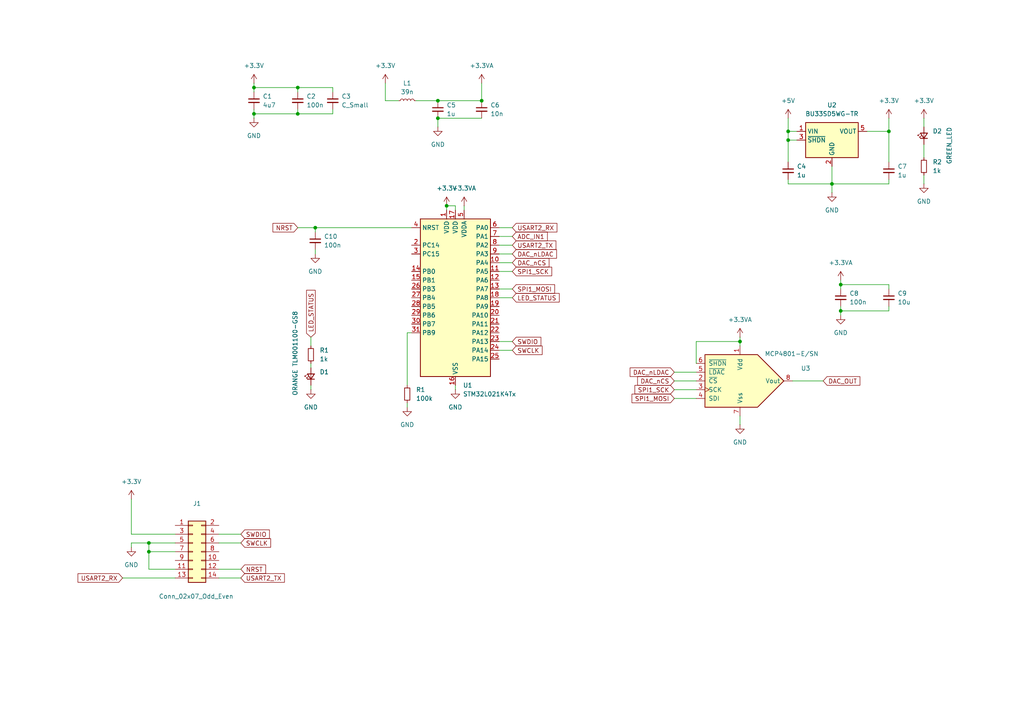
<source format=kicad_sch>
(kicad_sch (version 20231120) (generator "eeschema") (generator_version "8.0")
  (paper "A4")
  (lib_symbols
    (symbol "Analog_DAC:MCP4801" (pin_names (offset 1.016))
      (property "Reference" "U" (at 1.27 10.795 0))
      (property "Value" "MCP4801" (at 1.27 8.89 0))
      (symbol "MCP4801_0_0"
        (polyline (pts (xy 12.7 0) (xy 5.08 7.62) (xy -10.16 7.62) (xy -10.16 -7.62) (xy 5.08 -7.62) (xy 12.7 0)) (stroke (width 0.254)) (fill (type background)))
      )
      (symbol "MCP4801_1_1"
        (pin power_in line (at 0 10.16 270) (length 2.54) (name "Vdd") (number "1"))
        (pin input line (at -12.7 0 0) (length 2.54) (name "~{CS}") (number "2"))
        (pin input clock (at -12.7 -2.54 0) (length 2.54) (name "SCK") (number "3"))
        (pin input line (at -12.7 -5.08 0) (length 2.54) (name "SDI") (number "4"))
        (pin input line (at -12.7 2.54 0) (length 2.54) (name "~{LDAC}") (number "5"))
        (pin input line (at -12.7 5.08 0) (length 2.54) (name "~{SHDN}") (number "6"))
        (pin power_in line (at 0 -10.16 90) (length 2.54) (name "Vss") (number "7"))
        (pin output line (at 15.24 0 180) (length 2.54) (name "Vout") (number "8"))
      )
    )
    (symbol "Connector_Generic:Conn_02x07_Odd_Even" (pin_names (offset 1.016) hide)
      (property "Reference" "J" (at 1.27 10.16 0))
      (property "Value" "Conn_02x07_Odd_Even" (at 1.27 -10.16 0))
      (symbol "Conn_02x07_Odd_Even_1_1"
        (rectangle (start -1.27 -7.493) (end 0 -7.747) (stroke (width 0.1524)))
        (rectangle (start -1.27 -4.953) (end 0 -5.207) (stroke (width 0.1524)))
        (rectangle (start -1.27 -2.413) (end 0 -2.667) (stroke (width 0.1524)))
        (rectangle (start -1.27 0.127) (end 0 -0.127) (stroke (width 0.1524)))
        (rectangle (start -1.27 2.667) (end 0 2.413) (stroke (width 0.1524)))
        (rectangle (start -1.27 5.207) (end 0 4.953) (stroke (width 0.1524)))
        (rectangle (start -1.27 7.747) (end 0 7.493) (stroke (width 0.1524)))
        (rectangle (start -1.27 8.89) (end 3.81 -8.89) (stroke (width 0.254)) (fill (type background)))
        (rectangle (start 3.81 -7.493) (end 2.54 -7.747) (stroke (width 0.1524)))
        (rectangle (start 3.81 -4.953) (end 2.54 -5.207) (stroke (width 0.1524)))
        (rectangle (start 3.81 -2.413) (end 2.54 -2.667) (stroke (width 0.1524)))
        (rectangle (start 3.81 0.127) (end 2.54 -0.127) (stroke (width 0.1524)))
        (rectangle (start 3.81 2.667) (end 2.54 2.413) (stroke (width 0.1524)))
        (rectangle (start 3.81 5.207) (end 2.54 4.953) (stroke (width 0.1524)))
        (rectangle (start 3.81 7.747) (end 2.54 7.493) (stroke (width 0.1524)))
        (pin passive line (at -5.08 7.62 0) (length 3.81) (name "Pin_1") (number "1"))
        (pin passive line (at 7.62 -2.54 180) (length 3.81) (name "Pin_10") (number "10"))
        (pin passive line (at -5.08 -5.08 0) (length 3.81) (name "Pin_11") (number "11"))
        (pin passive line (at 7.62 -5.08 180) (length 3.81) (name "Pin_12") (number "12"))
        (pin passive line (at -5.08 -7.62 0) (length 3.81) (name "Pin_13") (number "13"))
        (pin passive line (at 7.62 -7.62 180) (length 3.81) (name "Pin_14") (number "14"))
        (pin passive line (at 7.62 7.62 180) (length 3.81) (name "Pin_2") (number "2"))
        (pin passive line (at -5.08 5.08 0) (length 3.81) (name "Pin_3") (number "3"))
        (pin passive line (at 7.62 5.08 180) (length 3.81) (name "Pin_4") (number "4"))
        (pin passive line (at -5.08 2.54 0) (length 3.81) (name "Pin_5") (number "5"))
        (pin passive line (at 7.62 2.54 180) (length 3.81) (name "Pin_6") (number "6"))
        (pin passive line (at -5.08 0 0) (length 3.81) (name "Pin_7") (number "7"))
        (pin passive line (at 7.62 0 180) (length 3.81) (name "Pin_8") (number "8"))
        (pin passive line (at -5.08 -2.54 0) (length 3.81) (name "Pin_9") (number "9"))
      )
    )
    (symbol "Device:C_Small" (pin_numbers hide) (pin_names (offset 0.254) hide)
      (property "Reference" "C" (at 0.254 1.778 0))
      (property "Value" "C_Small" (at 0.254 -2.032 0))
      (symbol "C_Small_0_1"
        (polyline (pts (xy -1.524 -0.508) (xy 1.524 -0.508)) (stroke (width 0.3302)))
        (polyline (pts (xy -1.524 0.508) (xy 1.524 0.508)) (stroke (width 0.3048)))
      )
      (symbol "C_Small_1_1"
        (pin passive line (at 0 2.54 270) (length 2.032) (name "~") (number "1"))
        (pin passive line (at 0 -2.54 90) (length 2.032) (name "~") (number "2"))
      )
    )
    (symbol "Device:LED_Small" (pin_numbers hide) (pin_names (offset 0.254) hide)
      (property "Reference" "D" (at -1.27 3.175 0))
      (property "Value" "LED_Small" (at -4.445 -2.54 0))
      (symbol "LED_Small_0_1"
        (polyline (pts (xy -0.762 -1.016) (xy -0.762 1.016)) (stroke (width 0.254)))
        (polyline (pts (xy 1.016 0) (xy -0.762 0)))
        (polyline (pts (xy 0.762 -1.016) (xy -0.762 0) (xy 0.762 1.016) (xy 0.762 -1.016)) (stroke (width 0.254)))
        (polyline (pts (xy 0 0.762) (xy -0.508 1.27) (xy -0.254 1.27) (xy -0.508 1.27) (xy -0.508 1.016)))
        (polyline (pts (xy 0.508 1.27) (xy 0 1.778) (xy 0.254 1.778) (xy 0 1.778) (xy 0 1.524)))
      )
      (symbol "LED_Small_1_1"
        (pin passive line (at -2.54 0 0) (length 1.778) (name "K") (number "1"))
        (pin passive line (at 2.54 0 180) (length 1.778) (name "A") (number "2"))
      )
    )
    (symbol "Device:L_Small" (pin_numbers hide) (pin_names (offset 0.254) hide)
      (property "Reference" "L" (at 0.762 1.016 0))
      (property "Value" "L_Small" (at 0.762 -1.016 0))
      (symbol "L_Small_0_1"
        (arc (start 0 -2.032) (mid 0.5058 -1.524) (end 0 -1.016))
        (arc (start 0 -1.016) (mid 0.5058 -0.508) (end 0 0))
        (arc (start 0 0) (mid 0.5058 0.508) (end 0 1.016))
        (arc (start 0 1.016) (mid 0.5058 1.524) (end 0 2.032))
      )
      (symbol "L_Small_1_1"
        (pin passive line (at 0 2.54 270) (length 0.508) (name "~") (number "1"))
        (pin passive line (at 0 -2.54 90) (length 0.508) (name "~") (number "2"))
      )
    )
    (symbol "Device:R_Small" (pin_numbers hide) (pin_names (offset 0.254) hide)
      (property "Reference" "R" (at 0.762 0.508 0))
      (property "Value" "R_Small" (at 0.762 -1.016 0))
      (symbol "R_Small_0_1"
        (rectangle (start -0.762 1.778) (end 0.762 -1.778) (stroke (width 0.2032)))
      )
      (symbol "R_Small_1_1"
        (pin passive line (at 0 2.54 270) (length 0.762) (name "~") (number "1"))
        (pin passive line (at 0 -2.54 90) (length 0.762) (name "~") (number "2"))
      )
    )
    (symbol "MCU_ST_STM32L0:STM32L021K4Tx"
      (property "Reference" "U" (at -10.16 24.13 0))
      (property "Value" "STM32L021K4Tx" (at 5.08 24.13 0))
      (symbol "STM32L021K4Tx_0_1"
        (rectangle (start -10.16 -22.86) (end 10.16 22.86) (stroke (width 0.254)) (fill (type background)))
      )
      (symbol "STM32L021K4Tx_1_1"
        (pin power_in line (at -2.54 25.4 270) (length 2.54) (name "VDD") (number "1"))
        (pin bidirectional line (at 12.7 10.16 180) (length 2.54) (name "PA4") (number "10"))
        (pin bidirectional line (at 12.7 7.62 180) (length 2.54) (name "PA5") (number "11"))
        (pin bidirectional line (at 12.7 5.08 180) (length 2.54) (name "PA6") (number "12"))
        (pin bidirectional line (at 12.7 2.54 180) (length 2.54) (name "PA7") (number "13"))
        (pin bidirectional line (at -12.7 7.62 0) (length 2.54) (name "PB0") (number "14"))
        (pin bidirectional line (at -12.7 5.08 0) (length 2.54) (name "PB1") (number "15"))
        (pin power_in line (at 0 -25.4 90) (length 2.54) (name "VSS") (number "16"))
        (pin power_in line (at 0 25.4 270) (length 2.54) (name "VDD") (number "17"))
        (pin bidirectional line (at 12.7 0 180) (length 2.54) (name "PA8") (number "18"))
        (pin bidirectional line (at 12.7 -2.54 180) (length 2.54) (name "PA9") (number "19"))
        (pin bidirectional line (at -12.7 15.24 0) (length 2.54) (name "PC14") (number "2"))
        (pin bidirectional line (at 12.7 -5.08 180) (length 2.54) (name "PA10") (number "20"))
        (pin bidirectional line (at 12.7 -7.62 180) (length 2.54) (name "PA11") (number "21"))
        (pin bidirectional line (at 12.7 -10.16 180) (length 2.54) (name "PA12") (number "22"))
        (pin bidirectional line (at 12.7 -12.7 180) (length 2.54) (name "PA13") (number "23"))
        (pin bidirectional line (at 12.7 -15.24 180) (length 2.54) (name "PA14") (number "24"))
        (pin bidirectional line (at 12.7 -17.78 180) (length 2.54) (name "PA15") (number "25"))
        (pin bidirectional line (at -12.7 2.54 0) (length 2.54) (name "PB3") (number "26"))
        (pin bidirectional line (at -12.7 0 0) (length 2.54) (name "PB4") (number "27"))
        (pin bidirectional line (at -12.7 -2.54 0) (length 2.54) (name "PB5") (number "28"))
        (pin bidirectional line (at -12.7 -5.08 0) (length 2.54) (name "PB6") (number "29"))
        (pin bidirectional line (at -12.7 12.7 0) (length 2.54) (name "PC15") (number "3"))
        (pin bidirectional line (at -12.7 -7.62 0) (length 2.54) (name "PB7") (number "30"))
        (pin bidirectional line (at -12.7 -10.16 0) (length 2.54) (name "PB9") (number "31"))
        (pin passive line (at 0 -25.4 90) (length 2.54) hide (name "VSS") (number "32"))
        (pin input line (at -12.7 20.32 0) (length 2.54) (name "NRST") (number "4"))
        (pin power_in line (at 2.54 25.4 270) (length 2.54) (name "VDDA") (number "5"))
        (pin bidirectional line (at 12.7 20.32 180) (length 2.54) (name "PA0") (number "6"))
        (pin bidirectional line (at 12.7 17.78 180) (length 2.54) (name "PA1") (number "7"))
        (pin bidirectional line (at 12.7 15.24 180) (length 2.54) (name "PA2") (number "8"))
        (pin bidirectional line (at 12.7 12.7 180) (length 2.54) (name "PA3") (number "9"))
      )
    )
    (symbol "Regulator_Linear:MCP1802x-xx02xOT"
      (property "Reference" "U" (at -6.35 6.35 0))
      (property "Value" "MCP1802x-xx02xOT" (at 0 6.35 0))
      (symbol "MCP1802x-xx02xOT_0_1"
        (rectangle (start -7.62 5.08) (end 7.62 -5.08) (stroke (width 0.254)) (fill (type background)))
      )
      (symbol "MCP1802x-xx02xOT_1_1"
        (pin power_in line (at -10.16 2.54 0) (length 2.54) (name "VIN") (number "1"))
        (pin power_in line (at 0 -7.62 90) (length 2.54) (name "GND") (number "2"))
        (pin input line (at -10.16 0 0) (length 2.54) (name "~{SHDN}") (number "3"))
        (pin no_connect line (at 7.62 0 180) (length 2.54) hide (name "NC") (number "4"))
        (pin power_out line (at 10.16 2.54 180) (length 2.54) (name "VOUT") (number "5"))
      )
    )
    (symbol "power:+3.3V" (power) (pin_numbers hide) (pin_names (offset 0) hide)
      (property "Value" "+3.3V" (at 0 3.556 0))
      (symbol "+3.3V_0_1"
        (polyline (pts (xy -0.762 1.27) (xy 0 2.54)))
        (polyline (pts (xy 0 0) (xy 0 2.54)))
        (polyline (pts (xy 0 2.54) (xy 0.762 1.27)))
      )
      (symbol "+3.3V_1_1"
        (pin power_in line (at 0 0 90) (length 0) (name "~") (number "1"))
      )
    )
    (symbol "power:+3.3VA" (power) (pin_numbers hide) (pin_names (offset 0) hide)
      (property "Value" "+3.3VA" (at 0 3.556 0))
      (symbol "+3.3VA_0_1"
        (polyline (pts (xy -0.762 1.27) (xy 0 2.54)))
        (polyline (pts (xy 0 0) (xy 0 2.54)))
        (polyline (pts (xy 0 2.54) (xy 0.762 1.27)))
      )
      (symbol "+3.3VA_1_1"
        (pin power_in line (at 0 0 90) (length 0) (name "~") (number "1"))
      )
    )
    (symbol "power:+5V" (power) (pin_numbers hide) (pin_names (offset 0) hide)
      (property "Value" "+5V" (at 0 3.556 0))
      (symbol "+5V_0_1"
        (polyline (pts (xy -0.762 1.27) (xy 0 2.54)))
        (polyline (pts (xy 0 0) (xy 0 2.54)))
        (polyline (pts (xy 0 2.54) (xy 0.762 1.27)))
      )
      (symbol "+5V_1_1"
        (pin power_in line (at 0 0 90) (length 0) (name "~") (number "1"))
      )
    )
    (symbol "power:GND" (power) (pin_numbers hide) (pin_names (offset 0) hide)
      (property "Value" "GND" (at 0 -3.81 0))
      (symbol "GND_0_1"
        (polyline (pts (xy 0 0) (xy 0 -1.27) (xy 1.27 -1.27) (xy 0 -2.54) (xy -1.27 -1.27) (xy 0 -1.27)))
      )
      (symbol "GND_1_1"
        (pin power_in line (at 0 0 270) (length 0) (name "~") (number "1"))
      )
    )
  )
  (junction (at 127 34.29))
  (junction (at 73.66 25.4))
  (junction (at 86.36 33.02))
  (junction (at 43.18 157.48))
  (junction (at 241.3 53.34))
  (junction (at 73.66 33.02))
  (junction (at 127 29.21))
  (junction (at 228.6 40.64))
  (junction (at 139.7 29.21))
  (junction (at 257.81 38.1))
  (junction (at 214.63 99.06))
  (junction (at 129.54 59.69))
  (junction (at 243.84 90.17))
  (junction (at 86.36 25.4))
  (junction (at 91.44 66.04))
  (junction (at 228.6 38.1))
  (junction (at 243.84 82.55))
  (junction (at 43.18 160.02))
  (wire (pts (xy 267.97 50.8) (xy 267.97 53.34)))
  (wire (pts (xy 241.3 53.34) (xy 257.81 53.34)))
  (wire (pts (xy 228.6 40.64) (xy 228.6 38.1)))
  (wire (pts (xy 96.52 25.4) (xy 86.36 25.4)))
  (wire (pts (xy 43.18 160.02) (xy 43.18 157.48)))
  (wire (pts (xy 86.36 33.02) (xy 73.66 33.02)))
  (wire (pts (xy 91.44 66.04) (xy 119.38 66.04)))
  (wire (pts (xy 144.78 66.04) (xy 148.59 66.04)))
  (wire (pts (xy 243.84 88.9) (xy 243.84 90.17)))
  (wire (pts (xy 127 34.29) (xy 127 36.83)))
  (wire (pts (xy 241.3 53.34) (xy 241.3 55.88)))
  (wire (pts (xy 86.36 25.4) (xy 73.66 25.4)))
  (wire (pts (xy 243.84 82.55) (xy 243.84 83.82)))
  (wire (pts (xy 257.81 38.1) (xy 257.81 46.99)))
  (wire (pts (xy 144.78 76.2) (xy 148.59 76.2)))
  (wire (pts (xy 195.58 110.49) (xy 201.93 110.49)))
  (wire (pts (xy 132.08 60.96) (xy 132.08 59.69)))
  (wire (pts (xy 267.97 34.29) (xy 267.97 36.83)))
  (wire (pts (xy 228.6 40.64) (xy 228.6 46.99)))
  (wire (pts (xy 144.78 86.36) (xy 148.59 86.36)))
  (wire (pts (xy 129.54 59.69) (xy 129.54 60.96)))
  (wire (pts (xy 38.1 157.48) (xy 43.18 157.48)))
  (wire (pts (xy 118.11 116.84) (xy 118.11 118.11)))
  (wire (pts (xy 195.58 107.95) (xy 201.93 107.95)))
  (wire (pts (xy 134.62 59.69) (xy 134.62 60.96)))
  (wire (pts (xy 38.1 144.78) (xy 38.1 154.94)))
  (wire (pts (xy 127 34.29) (xy 139.7 34.29)))
  (wire (pts (xy 96.52 26.67) (xy 96.52 25.4)))
  (wire (pts (xy 267.97 41.91) (xy 267.97 45.72)))
  (wire (pts (xy 144.78 78.74) (xy 148.59 78.74)))
  (wire (pts (xy 90.17 105.41) (xy 90.17 106.68)))
  (wire (pts (xy 144.78 73.66) (xy 148.59 73.66)))
  (wire (pts (xy 86.36 31.75) (xy 86.36 33.02)))
  (wire (pts (xy 228.6 52.07) (xy 228.6 53.34)))
  (wire (pts (xy 111.76 24.13) (xy 111.76 29.21)))
  (wire (pts (xy 73.66 31.75) (xy 73.66 33.02)))
  (wire (pts (xy 43.18 157.48) (xy 50.8 157.48)))
  (wire (pts (xy 91.44 66.04) (xy 91.44 67.31)))
  (wire (pts (xy 118.11 96.52) (xy 118.11 111.76)))
  (wire (pts (xy 132.08 59.69) (xy 129.54 59.69)))
  (wire (pts (xy 96.52 31.75) (xy 96.52 33.02)))
  (wire (pts (xy 96.52 33.02) (xy 86.36 33.02)))
  (wire (pts (xy 257.81 90.17) (xy 243.84 90.17)))
  (wire (pts (xy 195.58 115.57) (xy 201.93 115.57)))
  (wire (pts (xy 144.78 83.82) (xy 148.59 83.82)))
  (wire (pts (xy 257.81 34.29) (xy 257.81 38.1)))
  (wire (pts (xy 86.36 66.04) (xy 91.44 66.04)))
  (wire (pts (xy 243.84 81.28) (xy 243.84 82.55)))
  (wire (pts (xy 73.66 25.4) (xy 73.66 26.67)))
  (wire (pts (xy 38.1 154.94) (xy 50.8 154.94)))
  (wire (pts (xy 50.8 160.02) (xy 43.18 160.02)))
  (wire (pts (xy 63.5 157.48) (xy 69.85 157.48)))
  (wire (pts (xy 43.18 165.1) (xy 43.18 160.02)))
  (wire (pts (xy 63.5 154.94) (xy 69.85 154.94)))
  (wire (pts (xy 257.81 83.82) (xy 257.81 82.55)))
  (wire (pts (xy 119.38 96.52) (xy 118.11 96.52)))
  (wire (pts (xy 144.78 99.06) (xy 148.59 99.06)))
  (wire (pts (xy 111.76 29.21) (xy 115.57 29.21)))
  (wire (pts (xy 214.63 97.79) (xy 214.63 99.06)))
  (wire (pts (xy 73.66 24.13) (xy 73.66 25.4)))
  (wire (pts (xy 201.93 105.41) (xy 201.93 99.06)))
  (wire (pts (xy 241.3 48.26) (xy 241.3 53.34)))
  (wire (pts (xy 229.87 110.49) (xy 238.76 110.49)))
  (wire (pts (xy 73.66 33.02) (xy 73.66 34.29)))
  (wire (pts (xy 132.08 111.76) (xy 132.08 113.03)))
  (wire (pts (xy 144.78 68.58) (xy 148.59 68.58)))
  (wire (pts (xy 63.5 167.64) (xy 69.85 167.64)))
  (wire (pts (xy 251.46 38.1) (xy 257.81 38.1)))
  (wire (pts (xy 214.63 99.06) (xy 214.63 100.33)))
  (wire (pts (xy 63.5 165.1) (xy 69.85 165.1)))
  (wire (pts (xy 127 29.21) (xy 139.7 29.21)))
  (wire (pts (xy 257.81 82.55) (xy 243.84 82.55)))
  (wire (pts (xy 144.78 71.12) (xy 148.59 71.12)))
  (wire (pts (xy 228.6 53.34) (xy 241.3 53.34)))
  (wire (pts (xy 231.14 40.64) (xy 228.6 40.64)))
  (wire (pts (xy 195.58 113.03) (xy 201.93 113.03)))
  (wire (pts (xy 139.7 24.13) (xy 139.7 29.21)))
  (wire (pts (xy 35.56 167.64) (xy 50.8 167.64)))
  (wire (pts (xy 228.6 38.1) (xy 231.14 38.1)))
  (wire (pts (xy 90.17 111.76) (xy 90.17 113.03)))
  (wire (pts (xy 120.65 29.21) (xy 127 29.21)))
  (wire (pts (xy 38.1 158.75) (xy 38.1 157.48)))
  (wire (pts (xy 50.8 165.1) (xy 43.18 165.1)))
  (wire (pts (xy 144.78 101.6) (xy 148.59 101.6)))
  (wire (pts (xy 91.44 72.39) (xy 91.44 73.66)))
  (wire (pts (xy 228.6 34.29) (xy 228.6 38.1)))
  (wire (pts (xy 243.84 90.17) (xy 243.84 91.44)))
  (wire (pts (xy 214.63 120.65) (xy 214.63 123.19)))
  (wire (pts (xy 90.17 97.79) (xy 90.17 100.33)))
  (wire (pts (xy 257.81 53.34) (xy 257.81 52.07)))
  (wire (pts (xy 86.36 26.67) (xy 86.36 25.4)))
  (wire (pts (xy 201.93 99.06) (xy 214.63 99.06)))
  (wire (pts (xy 257.81 88.9) (xy 257.81 90.17)))
  (global_label "DAC_nLDAC" (shape input) (at 195.58 107.95 180) (property "Intersheetrefs" "${INTERSHEET_REFS}" (effects (hide yes))))
  (global_label "NRST" (shape input) (at 86.36 66.04 180) (property "Intersheetrefs" "${INTERSHEET_REFS}" (effects (hide yes))))
  (global_label "SWDIO" (shape input) (at 148.59 99.06 0) (property "Intersheetrefs" "${INTERSHEET_REFS}" (effects (hide yes))))
  (global_label "SWDIO" (shape input) (at 69.85 154.94 0) (property "Intersheetrefs" "${INTERSHEET_REFS}" (effects (hide yes))))
  (global_label "DAC_OUT" (shape input) (at 238.76 110.49 0) (property "Intersheetrefs" "${INTERSHEET_REFS}" (effects (hide yes))))
  (global_label "SPI1_SCK" (shape input) (at 195.58 113.03 180) (property "Intersheetrefs" "${INTERSHEET_REFS}" (effects (hide yes))))
  (global_label "SPI1_SCK" (shape input) (at 148.59 78.74 0) (property "Intersheetrefs" "${INTERSHEET_REFS}" (effects (hide yes))))
  (global_label "DAC_nLDAC" (shape input) (at 148.59 73.66 0) (property "Intersheetrefs" "${INTERSHEET_REFS}" (effects (hide yes))))
  (global_label "LED_STATUS" (shape input) (at 148.59 86.36 0) (property "Intersheetrefs" "${INTERSHEET_REFS}" (effects (hide yes))))
  (global_label "DAC_nCS" (shape input) (at 195.58 110.49 180) (property "Intersheetrefs" "${INTERSHEET_REFS}" (effects (hide yes))))
  (global_label "USART2_RX" (shape input) (at 148.59 66.04 0) (property "Intersheetrefs" "${INTERSHEET_REFS}" (effects (hide yes))))
  (global_label "DAC_nCS" (shape input) (at 148.59 76.2 0) (property "Intersheetrefs" "${INTERSHEET_REFS}" (effects (hide yes))))
  (global_label "SWCLK" (shape input) (at 148.59 101.6 0) (property "Intersheetrefs" "${INTERSHEET_REFS}" (effects (hide yes))))
  (global_label "ADC_IN1" (shape input) (at 148.59 68.58 0) (property "Intersheetrefs" "${INTERSHEET_REFS}" (effects (hide yes))))
  (global_label "USART2_RX" (shape input) (at 35.56 167.64 180) (property "Intersheetrefs" "${INTERSHEET_REFS}" (effects (hide yes))))
  (global_label "LED_STATUS" (shape input) (at 90.17 97.79 90) (property "Intersheetrefs" "${INTERSHEET_REFS}" (effects (hide yes))))
  (global_label "USART2_TX" (shape input) (at 148.59 71.12 0) (property "Intersheetrefs" "${INTERSHEET_REFS}" (effects (hide yes))))
  (global_label "SPI1_MOSI" (shape input) (at 195.58 115.57 180) (property "Intersheetrefs" "${INTERSHEET_REFS}" (effects (hide yes))))
  (global_label "NRST" (shape input) (at 69.85 165.1 0) (property "Intersheetrefs" "${INTERSHEET_REFS}" (effects (hide yes))))
  (global_label "SPI1_MOSI" (shape input) (at 148.59 83.82 0) (property "Intersheetrefs" "${INTERSHEET_REFS}" (effects (hide yes))))
  (global_label "USART2_TX" (shape input) (at 69.85 167.64 0) (property "Intersheetrefs" "${INTERSHEET_REFS}" (effects (hide yes))))
  (global_label "SWCLK" (shape input) (at 69.85 157.48 0) (property "Intersheetrefs" "${INTERSHEET_REFS}" (effects (hide yes))))
  (symbol (lib_id "Device:C_Small") (at 86.36 29.21 0) (unit 1)
    (property "Reference" "C2" (at 88.9 27.9462 0) (effects (justify left)))
    (property "Value" "100n" (at 88.9 30.4862 0) (effects (justify left)))
    (property "Description" "Unpolarized capacitor, small symbol" (effects (hide yes)))
  )
  (symbol (lib_id "Connector_Generic:Conn_02x07_Odd_Even") (at 55.88 160.02 0) (unit 1)
    (property "Reference" "J1" (at 57.15 146.05 0))
    (property "Value" "Conn_02x07_Odd_Even" (at 56.896 172.974 0))
    (property "Description" "Generic connector, double row, 02x07, odd/even pin numbering scheme (row 1 odd numbers, row 2 even numbers), script generated (kicad-library-utils/schlib/autogen/connector/)" (effects (hide yes)))
  )
  (symbol (lib_id "power:GND") (at 90.17 113.03 0) (unit 1)
    (property "Reference" "#PWR011" (effects (hide yes)))
    (property "Value" "GND" (at 90.17 118.11 0))
    (property "Description" "Power symbol creates a global label with name \"GND\" , ground" (effects (hide yes)))
  )
  (symbol (lib_id "power:GND") (at 241.3 55.88 0) (unit 1)
    (property "Reference" "#PWR013" (effects (hide yes)))
    (property "Value" "GND" (at 241.3 60.96 0))
    (property "Description" "Power symbol creates a global label with name \"GND\" , ground" (effects (hide yes)))
  )
  (symbol (lib_id "Analog_DAC:MCP4801") (at 214.63 110.49 0) (unit 1)
    (property "Reference" "U3" (at 233.68 106.842 0))
    (property "Value" "MCP4801-E/SN" (at 229.616 102.616 0))
    (property "Datasheet" "http://ww1.microchip.com/downloads/en/DeviceDoc/22244B.pdf" (effects (hide yes)))
    (property "Description" "8-Bit D/A Converters with SPI Interface, internal Reference (2.048V)" (effects (hide yes)))
  )
  (symbol (lib_id "power:+3.3V") (at 111.76 24.13 0) (unit 1)
    (property "Reference" "#PWR06" (effects (hide yes)))
    (property "Value" "+3.3V" (at 111.76 19.05 0))
    (property "Description" "Power symbol creates a global label with name \"+3.3V\"" (effects (hide yes)))
  )
  (symbol (lib_id "power:+3.3V") (at 38.1 144.78 0) (unit 1)
    (property "Reference" "#PWR021" (effects (hide yes)))
    (property "Value" "+3.3V" (at 38.1 139.7 0))
    (property "Description" "Power symbol creates a global label with name \"+3.3V\"" (effects (hide yes)))
  )
  (symbol (lib_id "Device:C_Small") (at 228.6 49.53 0) (unit 1)
    (property "Reference" "C4" (at 231.14 48.2662 0) (effects (justify left)))
    (property "Value" "1u" (at 231.14 50.8062 0) (effects (justify left)))
    (property "Description" "Unpolarized capacitor, small symbol" (effects (hide yes)))
  )
  (symbol (lib_id "power:+3.3VA") (at 134.62 59.69 0) (unit 1)
    (property "Reference" "#PWR03" (effects (hide yes)))
    (property "Value" "+3.3VA" (at 134.62 54.61 0))
    (property "Description" "Power symbol creates a global label with name \"+3.3VA\"" (effects (hide yes)))
  )
  (symbol (lib_id "Device:C_Small") (at 257.81 49.53 0) (unit 1)
    (property "Reference" "C7" (at 260.35 48.2662 0) (effects (justify left)))
    (property "Value" "1u" (at 260.35 50.8062 0) (effects (justify left)))
    (property "Description" "Unpolarized capacitor, small symbol" (effects (hide yes)))
  )
  (symbol (lib_id "power:+3.3VA") (at 214.63 97.79 0) (unit 1)
    (property "Reference" "#PWR017" (effects (hide yes)))
    (property "Value" "+3.3VA" (at 214.63 92.71 0))
    (property "Description" "Power symbol creates a global label with name \"+3.3VA\"" (effects (hide yes)))
  )
  (symbol (lib_id "power:+3.3VA") (at 243.84 81.28 0) (unit 1)
    (property "Reference" "#PWR019" (effects (hide yes)))
    (property "Value" "+3.3VA" (at 243.84 76.2 0))
    (property "Description" "Power symbol creates a global label with name \"+3.3VA\"" (effects (hide yes)))
  )
  (symbol (lib_id "Device:LED_Small") (at 267.97 39.37 90) (unit 1)
    (property "Reference" "D2" (at 270.51 38.0364 90) (effects (justify right)))
    (property "Value" "GREEN_LED" (at 275.336 36.83 0) (effects (justify right)))
    (property "Description" "Light emitting diode, small symbol" (effects (hide yes)))
  )
  (symbol (lib_id "Device:R_Small") (at 90.17 102.87 0) (unit 1)
    (property "Reference" "R1" (at 92.71 101.5999 0) (effects (justify left)))
    (property "Value" "1k" (at 92.71 104.1399 0) (effects (justify left)))
    (property "Description" "Resistor, small symbol" (effects (hide yes)))
  )
  (symbol (lib_id "Device:C_Small") (at 127 31.75 0) (unit 1)
    (property "Reference" "C5" (at 129.54 30.4862 0) (effects (justify left)))
    (property "Value" "1u" (at 129.54 33.0262 0) (effects (justify left)))
    (property "Description" "Unpolarized capacitor, small symbol" (effects (hide yes)))
  )
  (symbol (lib_id "power:+3.3V") (at 129.54 59.69 0) (unit 1)
    (property "Reference" "#PWR02" (effects (hide yes)))
    (property "Value" "+3.3V" (at 129.54 54.61 0))
    (property "Description" "Power symbol creates a global label with name \"+3.3V\"" (effects (hide yes)))
  )
  (symbol (lib_id "power:+3.3V") (at 73.66 24.13 0) (unit 1)
    (property "Reference" "#PWR04" (effects (hide yes)))
    (property "Value" "+3.3V" (at 73.66 19.05 0))
    (property "Description" "Power symbol creates a global label with name \"+3.3V\"" (effects (hide yes)))
  )
  (symbol (lib_id "power:GND") (at 118.11 118.11 0) (unit 1)
    (property "Reference" "#PWR010" (effects (hide yes)))
    (property "Value" "GND" (at 118.11 123.19 0))
    (property "Description" "Power symbol creates a global label with name \"GND\" , ground" (effects (hide yes)))
  )
  (symbol (lib_id "power:GND") (at 127 36.83 0) (unit 1)
    (property "Reference" "#PWR08" (effects (hide yes)))
    (property "Value" "GND" (at 127 41.91 0))
    (property "Description" "Power symbol creates a global label with name \"GND\" , ground" (effects (hide yes)))
  )
  (symbol (lib_id "power:GND") (at 73.66 34.29 0) (unit 1)
    (property "Reference" "#PWR05" (effects (hide yes)))
    (property "Value" "GND" (at 73.66 39.37 0))
    (property "Description" "Power symbol creates a global label with name \"GND\" , ground" (effects (hide yes)))
  )
  (symbol (lib_id "Device:C_Small") (at 73.66 29.21 0) (unit 1)
    (property "Reference" "C1" (at 76.2 27.9462 0) (effects (justify left)))
    (property "Value" "4u7" (at 76.2 30.4862 0) (effects (justify left)))
    (property "Description" "Unpolarized capacitor, small symbol" (effects (hide yes)))
  )
  (symbol (lib_id "MCU_ST_STM32L0:STM32L021K4Tx") (at 132.08 86.36 0) (unit 1)
    (property "Reference" "U1" (at 134.2741 111.76 0) (effects (justify left)))
    (property "Value" "STM32L021K4Tx" (at 134.2741 114.3 0) (effects (justify left)))
    (property "Footprint" "Package_QFP:LQFP-32_7x7mm_P0.8mm" (effects (hide yes)))
    (property "Datasheet" "https://www.st.com/resource/en/datasheet/stm32l021k4.pdf" (effects (hide yes)))
    (property "Description" "STMicroelectronics Arm Cortex-M0+ MCU, 16KB flash, 2KB RAM, 32 MHz, 1.65-3.6V, 26 GPIO, LQFP32" (effects (hide yes)))
  )
  (symbol (lib_id "Regulator_Linear:MCP1802x-xx02xOT") (at 241.3 40.64 0) (unit 1)
    (property "Reference" "U2" (at 241.3 30.48 0))
    (property "Value" "BU33SD5WG-TR" (at 241.3 33.02 0))
    (property "Footprint" "Package_TO_SOT_SMD:SOT-23-5" (effects (hide yes)))
    (property "Datasheet" "http://ww1.microchip.com/downloads/en/DeviceDoc/22053C.pdf" (effects (hide yes)))
    (property "Description" "150mA, Tiny CMOS LDO With Shutdown, Fixed Voltage, SOT-23-5" (effects (hide yes)))
  )
  (symbol (lib_id "Device:C_Small") (at 243.84 86.36 0) (unit 1)
    (property "Reference" "C8" (at 246.38 85.0962 0) (effects (justify left)))
    (property "Value" "100n" (at 246.38 87.6362 0) (effects (justify left)))
    (property "Description" "Unpolarized capacitor, small symbol" (effects (hide yes)))
  )
  (symbol (lib_id "Device:R_Small") (at 267.97 48.26 0) (unit 1)
    (property "Reference" "R2" (at 270.51 46.9899 0) (effects (justify left)))
    (property "Value" "1k" (at 270.51 49.5299 0) (effects (justify left)))
    (property "Description" "Resistor, small symbol" (effects (hide yes)))
  )
  (symbol (lib_id "power:GND") (at 214.63 123.19 0) (unit 1)
    (property "Reference" "#PWR018" (effects (hide yes)))
    (property "Value" "GND" (at 214.63 128.27 0))
    (property "Description" "Power symbol creates a global label with name \"GND\" , ground" (effects (hide yes)))
  )
  (symbol (lib_id "power:GND") (at 132.08 113.03 0) (unit 1)
    (property "Reference" "#PWR01" (effects (hide yes)))
    (property "Value" "GND" (at 132.08 118.11 0))
    (property "Description" "Power symbol creates a global label with name \"GND\" , ground" (effects (hide yes)))
  )
  (symbol (lib_id "Device:L_Small") (at 118.11 29.21 90) (unit 1)
    (property "Reference" "L1" (at 118.11 24.13 90))
    (property "Value" "39n" (at 118.11 26.67 90))
    (property "Description" "Inductor, small symbol" (effects (hide yes)))
  )
  (symbol (lib_id "Device:C_Small") (at 257.81 86.36 0) (unit 1)
    (property "Reference" "C9" (at 260.35 85.0962 0) (effects (justify left)))
    (property "Value" "10u" (at 260.35 87.6362 0) (effects (justify left)))
    (property "Description" "Unpolarized capacitor, small symbol" (effects (hide yes)))
  )
  (symbol (lib_id "Device:C_Small") (at 139.7 31.75 0) (unit 1)
    (property "Reference" "C6" (at 142.24 30.4862 0) (effects (justify left)))
    (property "Value" "10n" (at 142.24 33.0262 0) (effects (justify left)))
    (property "Description" "Unpolarized capacitor, small symbol" (effects (hide yes)))
  )
  (symbol (lib_id "power:GND") (at 267.97 53.34 0) (unit 1)
    (property "Reference" "#PWR016" (effects (hide yes)))
    (property "Value" "GND" (at 267.97 58.42 0))
    (property "Description" "Power symbol creates a global label with name \"GND\" , ground" (effects (hide yes)))
  )
  (symbol (lib_id "power:+3.3VA") (at 139.7 24.13 0) (unit 1)
    (property "Reference" "#PWR07" (effects (hide yes)))
    (property "Value" "+3.3VA" (at 139.7 19.05 0))
    (property "Description" "Power symbol creates a global label with name \"+3.3VA\"" (effects (hide yes)))
  )
  (symbol (lib_id "power:GND") (at 243.84 91.44 0) (unit 1)
    (property "Reference" "#PWR020" (effects (hide yes)))
    (property "Value" "GND" (at 243.84 96.52 0))
    (property "Description" "Power symbol creates a global label with name \"GND\" , ground" (effects (hide yes)))
  )
  (symbol (lib_id "power:+5V") (at 228.6 34.29 0) (unit 1)
    (property "Reference" "#PWR012" (effects (hide yes)))
    (property "Value" "+5V" (at 228.6 29.21 0))
    (property "Description" "Power symbol creates a global label with name \"+5V\"" (effects (hide yes)))
  )
  (symbol (lib_id "power:GND") (at 91.44 73.66 0) (unit 1)
    (property "Reference" "#PWR09" (effects (hide yes)))
    (property "Value" "GND" (at 91.44 78.74 0))
    (property "Description" "Power symbol creates a global label with name \"GND\" , ground" (effects (hide yes)))
  )
  (symbol (lib_id "Device:LED_Small") (at 90.17 109.22 90) (unit 1)
    (property "Reference" "D1" (at 92.71 107.8864 90) (effects (justify right)))
    (property "Value" "ORANGE TLM001100-GS8" (at 85.598 90.17 0) (effects (justify right)))
    (property "Description" "Light emitting diode, small symbol" (effects (hide yes)))
  )
  (symbol (lib_id "power:+3.3V") (at 257.81 34.29 0) (unit 1)
    (property "Reference" "#PWR014" (effects (hide yes)))
    (property "Value" "+3.3V" (at 257.81 29.21 0))
    (property "Description" "Power symbol creates a global label with name \"+3.3V\"" (effects (hide yes)))
  )
  (symbol (lib_id "power:+3.3V") (at 267.97 34.29 0) (unit 1)
    (property "Reference" "#PWR015" (effects (hide yes)))
    (property "Value" "+3.3V" (at 267.97 29.21 0))
    (property "Description" "Power symbol creates a global label with name \"+3.3V\"" (effects (hide yes)))
  )
  (symbol (lib_id "Device:C_Small") (at 91.44 69.85 0) (unit 1)
    (property "Reference" "C10" (at 93.98 68.5862 0) (effects (justify left)))
    (property "Value" "100n" (at 93.98 71.1262 0) (effects (justify left)))
    (property "Description" "Unpolarized capacitor, small symbol" (effects (hide yes)))
  )
  (symbol (lib_id "Device:C_Small") (at 96.52 29.21 0) (unit 1)
    (property "Reference" "C3" (at 99.06 27.9462 0) (effects (justify left)))
    (property "Value" "C_Small" (at 99.06 30.4862 0) (effects (justify left)))
    (property "Description" "Unpolarized capacitor, small symbol" (effects (hide yes)))
  )
  (symbol (lib_id "Device:R_Small") (at 118.11 114.3 0) (unit 1)
    (property "Reference" "R1" (at 120.65 113.0299 0) (effects (justify left)))
    (property "Value" "100k" (at 120.65 115.5699 0) (effects (justify left)))
    (property "Description" "Resistor, small symbol" (effects (hide yes)))
  )
  (symbol (lib_id "power:GND") (at 38.1 158.75 0) (unit 1)
    (property "Reference" "#PWR022" (effects (hide yes)))
    (property "Value" "GND" (at 38.1 163.83 0))
    (property "Description" "Power symbol creates a global label with name \"GND\" , ground" (effects (hide yes)))
  )
)
</source>
